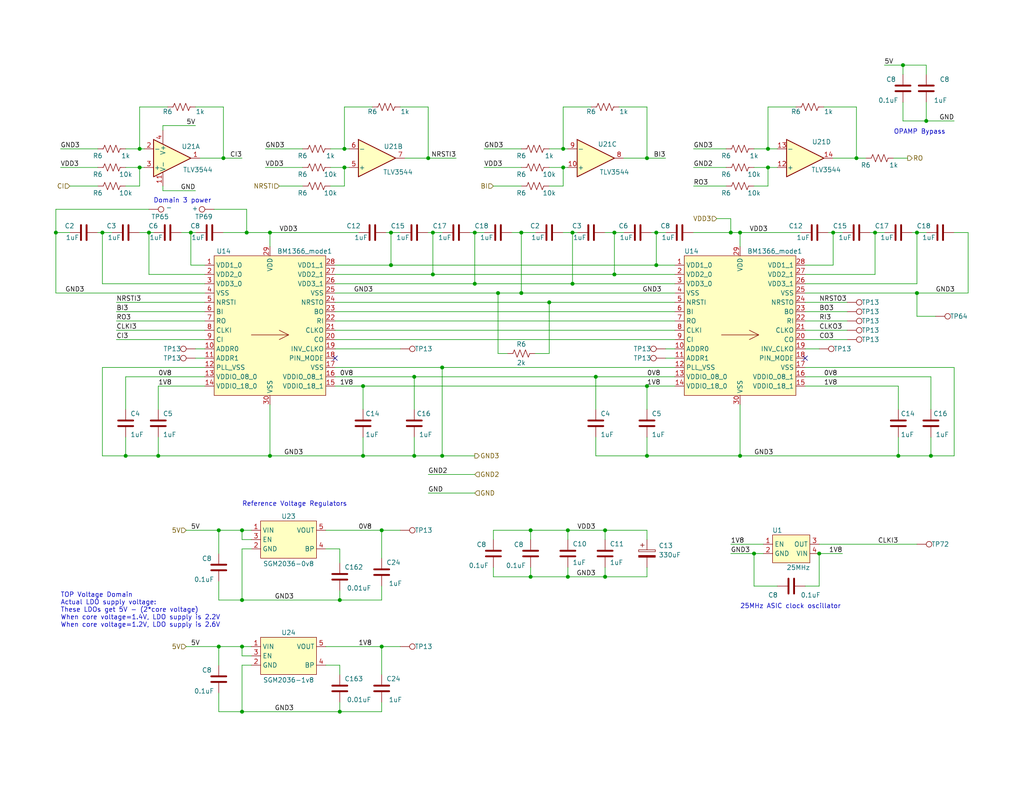
<source format=kicad_sch>
(kicad_sch (version 20231120) (generator "eeschema") (generator_version "8.0")
  (paper "A")
  (title_block (title "bitaxeHex") (date "2024-03-09") (rev "304"))
  (junction (at 176.53 124.46))
  (junction (at 153.67 40.64))
  (junction (at 113.03 102.87))
  (junction (at 66.04 176.53))
  (junction (at 92.71 163.83))
  (junction (at 246.38 17.78))
  (junction (at 43.18 124.46))
  (junction (at 252.73 33.02))
  (junction (at 129.54 77.47))
  (junction (at 93.98 40.64))
  (junction (at 165.1 144.78))
  (junction (at 129.54 63.5))
  (junction (at 223.52 151.13))
  (junction (at 38.1 40.64))
  (junction (at 118.11 63.5))
  (junction (at 38.1 45.72))
  (junction (at 250.19 63.5))
  (junction (at 154.94 144.78) (diameter 0.9144))
  (junction (at 67.31 63.5))
  (junction (at 116.84 43.18))
  (junction (at 165.1 157.48))
  (junction (at 66.04 144.78))
  (junction (at 142.24 80.01))
  (junction (at 104.14 144.78))
  (junction (at 179.07 63.5))
  (junction (at 162.56 102.87))
  (junction (at 233.68 43.18))
  (junction (at 92.71 194.31))
  (junction (at 142.24 63.5))
  (junction (at 73.66 63.5))
  (junction (at 144.78 157.48) (diameter 0.9144))
  (junction (at 59.69 176.53))
  (junction (at 66.04 163.83))
  (junction (at 238.76 63.5))
  (junction (at 99.06 124.46))
  (junction (at 156.21 77.47))
  (junction (at 120.65 124.46))
  (junction (at 104.14 176.53))
  (junction (at 254 124.46))
  (junction (at 59.69 144.78))
  (junction (at 167.64 63.5))
  (junction (at 118.11 74.93))
  (junction (at 52.07 63.5))
  (junction (at 149.86 82.55))
  (junction (at 106.68 72.39))
  (junction (at 209.55 45.72))
  (junction (at 66.04 194.31))
  (junction (at 120.65 100.33))
  (junction (at 27.94 63.5))
  (junction (at 144.78 144.78) (diameter 0.9144))
  (junction (at 60.96 43.18))
  (junction (at 205.74 151.13))
  (junction (at 73.66 124.46))
  (junction (at 201.93 124.46))
  (junction (at 99.06 105.41))
  (junction (at 113.03 124.46))
  (junction (at 167.64 74.93))
  (junction (at 250.19 80.01))
  (junction (at 245.11 124.46))
  (junction (at 156.21 63.5))
  (junction (at 15.24 63.5))
  (junction (at 34.29 124.46))
  (junction (at 179.07 72.39))
  (junction (at 154.94 157.48) (diameter 0.9144))
  (junction (at 135.89 80.01))
  (junction (at 227.33 63.5))
  (junction (at 40.64 63.5))
  (junction (at 209.55 40.64))
  (junction (at 201.93 63.5))
  (junction (at 199.39 63.5))
  (junction (at 153.67 45.72))
  (junction (at 176.53 105.41))
  (junction (at 176.53 43.18))
  (junction (at 93.98 45.72))
  (junction (at 106.68 63.5))
  (no_connect (at 219.71 97.79))
  (no_connect (at 91.44 97.79))
  (wire (pts (xy 154.94 154.94) (xy 154.94 157.48)))
  (wire (pts (xy 162.56 124.46) (xy 162.56 119.38)))
  (wire (pts (xy 189.23 40.64) (xy 198.12 40.64)))
  (wire (pts (xy 40.64 74.93) (xy 55.88 74.93)))
  (wire (pts (xy 176.53 43.18) (xy 170.18 43.18)))
  (wire (pts (xy 224.79 29.21) (xy 233.68 29.21)))
  (wire (pts (xy 44.45 34.29) (xy 53.34 34.29)))
  (wire (pts (xy 227.33 43.18) (xy 233.68 43.18)))
  (wire (pts (xy 99.06 105.41) (xy 99.06 111.76)))
  (wire (pts (xy 250.19 80.01) (xy 264.16 80.01)))
  (wire (pts (xy 243.84 43.18) (xy 247.65 43.18)))
  (wire (pts (xy 233.68 29.21) (xy 233.68 43.18)))
  (wire (pts (xy 201.93 63.5) (xy 201.93 67.31)))
  (wire (pts (xy 93.98 45.72) (xy 95.25 45.72)))
  (wire (pts (xy 113.03 102.87) (xy 162.56 102.87)))
  (wire (pts (xy 246.38 33.02) (xy 252.73 33.02)))
  (wire (pts (xy 91.44 74.93) (xy 118.11 74.93)))
  (wire (pts (xy 132.08 45.72) (xy 142.24 45.72)))
  (wire (pts (xy 176.53 147.32) (xy 176.53 144.78)))
  (wire (pts (xy 255.27 86.36) (xy 250.19 86.36)))
  (wire (pts (xy 176.53 119.38) (xy 176.53 124.46)))
  (wire (pts (xy 162.56 102.87) (xy 162.56 111.76)))
  (wire (pts (xy 165.1 63.5) (xy 167.64 63.5)))
  (wire (pts (xy 250.19 63.5) (xy 252.73 63.5)))
  (wire (pts (xy 142.24 80.01) (xy 142.24 63.5)))
  (wire (pts (xy 176.53 29.21) (xy 176.53 43.18)))
  (wire (pts (xy 227.33 72.39) (xy 227.33 63.5)))
  (wire (pts (xy 129.54 63.5) (xy 132.08 63.5)))
  (wire (pts (xy 92.71 181.61) (xy 92.71 184.15)))
  (wire (pts (xy 246.38 27.94) (xy 246.38 33.02)))
  (wire (pts (xy 254 124.46) (xy 254 119.38)))
  (wire (pts (xy 60.96 63.5) (xy 67.31 63.5)))
  (wire (pts (xy 92.71 194.31) (xy 92.71 191.77)))
  (wire (pts (xy 168.91 29.21) (xy 176.53 29.21)))
  (wire (pts (xy 53.34 95.25) (xy 55.88 95.25)))
  (wire (pts (xy 153.67 50.8) (xy 153.67 45.72)))
  (wire (pts (xy 44.45 50.8) (xy 44.45 52.07)))
  (wire (pts (xy 104.14 160.02) (xy 104.14 163.83)))
  (wire (pts (xy 209.55 40.64) (xy 212.09 40.64)))
  (wire (pts (xy 91.44 90.17) (xy 184.15 90.17)))
  (wire (pts (xy 165.1 157.48) (xy 154.94 157.48)))
  (wire (pts (xy 156.21 77.47) (xy 184.15 77.47)))
  (wire (pts (xy 252.73 33.02) (xy 260.35 33.02)))
  (wire (pts (xy 118.11 74.93) (xy 118.11 63.5)))
  (wire (pts (xy 118.11 74.93) (xy 167.64 74.93)))
  (wire (pts (xy 38.1 29.21) (xy 45.72 29.21)))
  (wire (pts (xy 260.35 100.33) (xy 260.35 124.46)))
  (wire (pts (xy 153.67 29.21) (xy 161.29 29.21)))
  (wire (pts (xy 91.44 102.87) (xy 113.03 102.87)))
  (wire (pts (xy 189.23 45.72) (xy 198.12 45.72)))
  (wire (pts (xy 219.71 77.47) (xy 250.19 77.47)))
  (wire (pts (xy 135.89 80.01) (xy 142.24 80.01)))
  (wire (pts (xy 201.93 124.46) (xy 245.11 124.46)))
  (wire (pts (xy 91.44 77.47) (xy 129.54 77.47)))
  (wire (pts (xy 104.14 194.31) (xy 92.71 194.31)))
  (wire (pts (xy 252.73 20.32) (xy 252.73 17.78)))
  (wire (pts (xy 167.64 63.5) (xy 170.18 63.5)))
  (wire (pts (xy 135.89 96.52) (xy 135.89 80.01)))
  (wire (pts (xy 38.1 63.5) (xy 40.64 63.5)))
  (wire (pts (xy 165.1 157.48) (xy 176.53 157.48)))
  (wire (pts (xy 116.84 43.18) (xy 124.46 43.18)))
  (wire (pts (xy 153.67 40.64) (xy 154.94 40.64)))
  (wire (pts (xy 219.71 85.09) (xy 231.14 85.09)))
  (wire (pts (xy 219.71 105.41) (xy 245.11 105.41)))
  (wire (pts (xy 120.65 100.33) (xy 184.15 100.33)))
  (wire (pts (xy 34.29 50.8) (xy 38.1 50.8)))
  (wire (pts (xy 52.07 63.5) (xy 52.07 72.39)))
  (wire (pts (xy 44.45 52.07) (xy 53.34 52.07)))
  (wire (pts (xy 72.39 45.72) (xy 82.55 45.72)))
  (wire (pts (xy 91.44 92.71) (xy 184.15 92.71)))
  (wire (pts (xy 106.68 72.39) (xy 179.07 72.39)))
  (wire (pts (xy 144.78 147.32) (xy 144.78 144.78)))
  (wire (pts (xy 134.62 154.94) (xy 134.62 157.48)))
  (wire (pts (xy 53.34 29.21) (xy 60.96 29.21)))
  (wire (pts (xy 104.14 191.77) (xy 104.14 194.31)))
  (wire (pts (xy 154.94 147.32) (xy 154.94 144.78)))
  (wire (pts (xy 219.71 160.02) (xy 223.52 160.02)))
  (wire (pts (xy 205.74 45.72) (xy 209.55 45.72)))
  (wire (pts (xy 31.75 85.09) (xy 55.88 85.09)))
  (wire (pts (xy 104.14 163.83) (xy 92.71 163.83)))
  (wire (pts (xy 219.71 102.87) (xy 254 102.87)))
  (wire (pts (xy 90.17 45.72) (xy 93.98 45.72)))
  (wire (pts (xy 38.1 50.8) (xy 38.1 45.72)))
  (wire (pts (xy 40.64 74.93) (xy 40.64 63.5)))
  (wire (pts (xy 66.04 179.07) (xy 66.04 176.53)))
  (wire (pts (xy 156.21 77.47) (xy 156.21 63.5)))
  (wire (pts (xy 43.18 119.38) (xy 43.18 124.46)))
  (wire (pts (xy 52.07 63.5) (xy 53.34 63.5)))
  (wire (pts (xy 59.69 176.53) (xy 59.69 181.61)))
  (wire (pts (xy 120.65 124.46) (xy 129.54 124.46)))
  (wire (pts (xy 205.74 151.13) (xy 208.28 151.13)))
  (wire (pts (xy 142.24 63.5) (xy 139.7 63.5)))
  (wire (pts (xy 223.52 151.13) (xy 229.87 151.13)))
  (wire (pts (xy 49.53 63.5) (xy 52.07 63.5)))
  (wire (pts (xy 132.08 40.64) (xy 142.24 40.64)))
  (wire (pts (xy 116.84 29.21) (xy 116.84 43.18)))
  (wire (pts (xy 99.06 124.46) (xy 113.03 124.46)))
  (wire (pts (xy 134.62 147.32) (xy 134.62 144.78)))
  (wire (pts (xy 59.69 144.78) (xy 66.04 144.78)))
  (wire (pts (xy 104.14 176.53) (xy 104.14 184.15)))
  (wire (pts (xy 218.44 63.5) (xy 201.93 63.5)))
  (wire (pts (xy 149.86 82.55) (xy 184.15 82.55)))
  (wire (pts (xy 246.38 17.78) (xy 246.38 20.32)))
  (wire (pts (xy 91.44 80.01) (xy 135.89 80.01)))
  (wire (pts (xy 237.49 63.5) (xy 238.76 63.5)))
  (wire (pts (xy 68.58 179.07) (xy 66.04 179.07)))
  (wire (pts (xy 189.23 63.5) (xy 199.39 63.5)))
  (wire (pts (xy 233.68 43.18) (xy 236.22 43.18)))
  (wire (pts (xy 134.62 144.78) (xy 144.78 144.78)))
  (wire (pts (xy 176.53 105.41) (xy 176.53 111.76)))
  (wire (pts (xy 106.68 72.39) (xy 106.68 63.5)))
  (wire (pts (xy 219.71 80.01) (xy 250.19 80.01)))
  (wire (pts (xy 73.66 110.49) (xy 73.66 124.46)))
  (wire (pts (xy 113.03 124.46) (xy 120.65 124.46)))
  (wire (pts (xy 104.14 176.53) (xy 109.22 176.53)))
  (wire (pts (xy 205.74 50.8) (xy 209.55 50.8)))
  (wire (pts (xy 34.29 119.38) (xy 34.29 124.46)))
  (wire (pts (xy 264.16 63.5) (xy 260.35 63.5)))
  (wire (pts (xy 59.69 189.23) (xy 59.69 194.31)))
  (wire (pts (xy 91.44 105.41) (xy 99.06 105.41)))
  (wire (pts (xy 176.53 154.94) (xy 176.53 157.48)))
  (wire (pts (xy 129.54 77.47) (xy 129.54 63.5)))
  (wire (pts (xy 60.96 43.18) (xy 54.61 43.18)))
  (wire (pts (xy 31.75 92.71) (xy 55.88 92.71)))
  (wire (pts (xy 15.24 57.15) (xy 40.64 57.15)))
  (wire (pts (xy 176.53 43.18) (xy 181.61 43.18)))
  (wire (pts (xy 43.18 105.41) (xy 55.88 105.41)))
  (wire (pts (xy 165.1 154.94) (xy 165.1 157.48)))
  (wire (pts (xy 106.68 63.5) (xy 109.22 63.5)))
  (wire (pts (xy 241.3 17.78) (xy 246.38 17.78)))
  (wire (pts (xy 128.27 63.5) (xy 129.54 63.5)))
  (wire (pts (xy 116.84 129.54) (xy 129.54 129.54)))
  (wire (pts (xy 91.44 87.63) (xy 184.15 87.63)))
  (wire (pts (xy 104.14 144.78) (xy 109.22 144.78)))
  (wire (pts (xy 205.74 160.02) (xy 205.74 151.13)))
  (wire (pts (xy 67.31 63.5) (xy 73.66 63.5)))
  (wire (pts (xy 66.04 194.31) (xy 92.71 194.31)))
  (wire (pts (xy 109.22 29.21) (xy 116.84 29.21)))
  (wire (pts (xy 201.93 110.49) (xy 201.93 124.46)))
  (wire (pts (xy 40.64 63.5) (xy 41.91 63.5)))
  (wire (pts (xy 219.71 92.71) (xy 231.14 92.71)))
  (wire (pts (xy 16.51 45.72) (xy 26.67 45.72)))
  (wire (pts (xy 153.67 63.5) (xy 156.21 63.5)))
  (wire (pts (xy 90.17 40.64) (xy 93.98 40.64)))
  (wire (pts (xy 93.98 29.21) (xy 93.98 40.64)))
  (wire (pts (xy 88.9 149.86) (xy 92.71 149.86)))
  (wire (pts (xy 176.53 124.46) (xy 201.93 124.46)))
  (wire (pts (xy 91.44 100.33) (xy 120.65 100.33)))
  (wire (pts (xy 219.71 74.93) (xy 238.76 74.93)))
  (wire (pts (xy 181.61 95.25) (xy 184.15 95.25)))
  (wire (pts (xy 250.19 77.47) (xy 250.19 63.5)))
  (wire (pts (xy 219.71 87.63) (xy 231.14 87.63)))
  (wire (pts (xy 149.86 82.55) (xy 149.86 96.52)))
  (wire (pts (xy 149.86 50.8) (xy 153.67 50.8)))
  (wire (pts (xy 248.92 63.5) (xy 250.19 63.5)))
  (wire (pts (xy 73.66 124.46) (xy 99.06 124.46)))
  (wire (pts (xy 66.04 144.78) (xy 68.58 144.78)))
  (wire (pts (xy 58.42 57.15) (xy 67.31 57.15)))
  (wire (pts (xy 153.67 29.21) (xy 153.67 40.64)))
  (wire (pts (xy 153.67 45.72) (xy 154.94 45.72)))
  (wire (pts (xy 209.55 45.72) (xy 212.09 45.72)))
  (wire (pts (xy 219.71 72.39) (xy 227.33 72.39)))
  (wire (pts (xy 93.98 50.8) (xy 93.98 45.72)))
  (wire (pts (xy 238.76 74.93) (xy 238.76 63.5)))
  (wire (pts (xy 149.86 45.72) (xy 153.67 45.72)))
  (wire (pts (xy 195.58 59.69) (xy 199.39 59.69)))
  (wire (pts (xy 162.56 124.46) (xy 176.53 124.46)))
  (wire (pts (xy 34.29 102.87) (xy 34.29 111.76)))
  (wire (pts (xy 146.05 96.52) (xy 149.86 96.52)))
  (wire (pts (xy 181.61 97.79) (xy 184.15 97.79)))
  (wire (pts (xy 209.55 29.21) (xy 217.17 29.21)))
  (wire (pts (xy 53.34 97.79) (xy 55.88 97.79)))
  (wire (pts (xy 113.03 124.46) (xy 113.03 119.38)))
  (wire (pts (xy 142.24 80.01) (xy 184.15 80.01)))
  (wire (pts (xy 227.33 63.5) (xy 229.87 63.5)))
  (wire (pts (xy 91.44 72.39) (xy 106.68 72.39)))
  (wire (pts (xy 176.53 105.41) (xy 184.15 105.41)))
  (wire (pts (xy 50.8 176.53) (xy 59.69 176.53)))
  (wire (pts (xy 219.71 82.55) (xy 231.14 82.55)))
  (wire (pts (xy 92.71 163.83) (xy 92.71 161.29)))
  (wire (pts (xy 199.39 151.13) (xy 205.74 151.13)))
  (wire (pts (xy 105.41 63.5) (xy 106.68 63.5)))
  (wire (pts (xy 88.9 181.61) (xy 92.71 181.61)))
  (wire (pts (xy 97.79 63.5) (xy 73.66 63.5)))
  (wire (pts (xy 189.23 50.8) (xy 198.12 50.8)))
  (wire (pts (xy 43.18 124.46) (xy 73.66 124.46)))
  (wire (pts (xy 15.24 80.01) (xy 15.24 63.5)))
  (wire (pts (xy 116.84 63.5) (xy 118.11 63.5)))
  (wire (pts (xy 88.9 176.53) (xy 104.14 176.53)))
  (wire (pts (xy 27.94 77.47) (xy 27.94 63.5)))
  (wire (pts (xy 44.45 35.56) (xy 44.45 34.29)))
  (wire (pts (xy 260.35 124.46) (xy 254 124.46)))
  (wire (pts (xy 68.58 181.61) (xy 66.04 181.61)))
  (wire (pts (xy 165.1 147.32) (xy 165.1 144.78)))
  (wire (pts (xy 144.78 144.78) (xy 154.94 144.78)))
  (wire (pts (xy 43.18 105.41) (xy 43.18 111.76)))
  (wire (pts (xy 252.73 27.94) (xy 252.73 33.02)))
  (wire (pts (xy 219.71 100.33) (xy 260.35 100.33)))
  (wire (pts (xy 15.24 63.5) (xy 15.24 57.15)))
  (wire (pts (xy 120.65 100.33) (xy 120.65 124.46)))
  (wire (pts (xy 246.38 17.78) (xy 252.73 17.78)))
  (wire (pts (xy 156.21 63.5) (xy 157.48 63.5)))
  (wire (pts (xy 26.67 63.5) (xy 27.94 63.5)))
  (wire (pts (xy 226.06 63.5) (xy 227.33 63.5)))
  (wire (pts (xy 245.11 119.38) (xy 245.11 124.46)))
  (wire (pts (xy 31.75 82.55) (xy 55.88 82.55)))
  (wire (pts (xy 34.29 45.72) (xy 38.1 45.72)))
  (wire (pts (xy 27.94 77.47) (xy 55.88 77.47)))
  (wire (pts (xy 134.62 50.8) (xy 142.24 50.8)))
  (wire (pts (xy 264.16 80.01) (xy 264.16 63.5)))
  (wire (pts (xy 55.88 80.01) (xy 15.24 80.01)))
  (wire (pts (xy 144.78 157.48) (xy 134.62 157.48)))
  (wire (pts (xy 68.58 147.32) (xy 66.04 147.32)))
  (wire (pts (xy 66.04 181.61) (xy 66.04 194.31)))
  (wire (pts (xy 60.96 43.18) (xy 66.04 43.18)))
  (wire (pts (xy 179.07 72.39) (xy 184.15 72.39)))
  (wire (pts (xy 90.17 50.8) (xy 93.98 50.8)))
  (wire (pts (xy 66.04 149.86) (xy 66.04 163.83)))
  (wire (pts (xy 66.04 147.32) (xy 66.04 144.78)))
  (wire (pts (xy 99.06 105.41) (xy 176.53 105.41)))
  (wire (pts (xy 209.55 29.21) (xy 209.55 40.64)))
  (wire (pts (xy 34.29 124.46) (xy 43.18 124.46)))
  (wire (pts (xy 199.39 63.5) (xy 201.93 63.5)))
  (wire (pts (xy 219.71 95.25) (xy 223.52 95.25)))
  (wire (pts (xy 59.69 158.75) (xy 59.69 163.83)))
  (wire (pts (xy 38.1 45.72) (xy 39.37 45.72)))
  (wire (pts (xy 68.58 149.86) (xy 66.04 149.86)))
  (wire (pts (xy 73.66 63.5) (xy 73.66 67.31)))
  (wire (pts (xy 254 102.87) (xy 254 111.76)))
  (wire (pts (xy 66.04 176.53) (xy 68.58 176.53)))
  (wire (pts (xy 27.94 100.33) (xy 55.88 100.33)))
  (wire (pts (xy 27.94 63.5) (xy 30.48 63.5)))
  (wire (pts (xy 167.64 74.93) (xy 167.64 63.5)))
  (wire (pts (xy 31.75 87.63) (xy 55.88 87.63)))
  (wire (pts (xy 31.75 90.17) (xy 55.88 90.17)))
  (wire (pts (xy 50.8 144.78) (xy 59.69 144.78)))
  (wire (pts (xy 91.44 95.25) (xy 109.22 95.25)))
  (wire (pts (xy 93.98 40.64) (xy 95.25 40.64)))
  (wire (pts (xy 223.52 148.59) (xy 250.19 148.59)))
  (wire (pts (xy 91.44 82.55) (xy 149.86 82.55)))
  (wire (pts (xy 199.39 148.59) (xy 208.28 148.59)))
  (wire (pts (xy 60.96 29.21) (xy 60.96 43.18)))
  (wire (pts (xy 16.51 40.64) (xy 26.67 40.64)))
  (wire (pts (xy 116.84 43.18) (xy 110.49 43.18)))
  (wire (pts (xy 38.1 40.64) (xy 39.37 40.64)))
  (wire (pts (xy 245.11 124.46) (xy 254 124.46)))
  (wire (pts (xy 179.07 63.5) (xy 181.61 63.5)))
  (wire (pts (xy 99.06 119.38) (xy 99.06 124.46)))
  (wire (pts (xy 76.2 50.8) (xy 82.55 50.8)))
  (wire (pts (xy 167.64 74.93) (xy 184.15 74.93)))
  (wire (pts (xy 250.19 86.36) (xy 250.19 80.01)))
  (wire (pts (xy 27.94 124.46) (xy 34.29 124.46)))
  (wire (pts (xy 19.05 50.8) (xy 26.67 50.8)))
  (wire (pts (xy 93.98 29.21) (xy 101.6 29.21)))
  (wire (pts (xy 245.11 105.41) (xy 245.11 111.76)))
  (wire (pts (xy 34.29 40.64) (xy 38.1 40.64)))
  (wire (pts (xy 34.29 102.87) (xy 55.88 102.87)))
  (wire (pts (xy 199.39 59.69) (xy 199.39 63.5)))
  (wire (pts (xy 72.39 40.64) (xy 82.55 40.64)))
  (wire (pts (xy 66.04 163.83) (xy 92.71 163.83)))
  (wire (pts (xy 154.94 144.78) (xy 165.1 144.78)))
  (wire (pts (xy 162.56 102.87) (xy 184.15 102.87)))
  (wire (pts (xy 88.9 144.78) (xy 104.14 144.78)))
  (wire (pts (xy 67.31 57.15) (xy 67.31 63.5)))
  (wire (pts (xy 212.09 160.02) (xy 205.74 160.02)))
  (wire (pts (xy 149.86 40.64) (xy 153.67 40.64)))
  (wire (pts (xy 59.69 144.78) (xy 59.69 151.13)))
  (wire (pts (xy 179.07 63.5) (xy 179.07 72.39)))
  (wire (pts (xy 165.1 144.78) (xy 176.53 144.78)))
  (wire (pts (xy 27.94 100.33) (xy 27.94 124.46)))
  (wire (pts (xy 144.78 157.48) (xy 154.94 157.48)))
  (wire (pts (xy 104.14 144.78) (xy 104.14 152.4)))
  (wire (pts (xy 219.71 90.17) (xy 231.14 90.17)))
  (wire (pts (xy 59.69 176.53) (xy 66.04 176.53)))
  (wire (pts (xy 59.69 194.31) (xy 66.04 194.31)))
  (wire (pts (xy 92.71 149.86) (xy 92.71 153.67)))
  (wire (pts (xy 38.1 29.21) (xy 38.1 40.64)))
  (wire (pts (xy 177.8 63.5) (xy 179.07 63.5)))
  (wire (pts (xy 113.03 102.87) (xy 113.03 111.76)))
  (wire (pts (xy 91.44 85.09) (xy 184.15 85.09)))
  (wire (pts (xy 116.84 134.62) (xy 129.54 134.62)))
  (wire (pts (xy 238.76 63.5) (xy 241.3 63.5)))
  (wire (pts (xy 142.24 63.5) (xy 146.05 63.5)))
  (wire (pts (xy 144.78 154.94) (xy 144.78 157.48)))
  (wire (pts (xy 223.52 160.02) (xy 223.52 151.13)))
  (wire (pts (xy 209.55 50.8) (xy 209.55 45.72)))
  (wire (pts (xy 118.11 63.5) (xy 120.65 63.5)))
  (wire (pts (xy 129.54 77.47) (xy 156.21 77.47)))
  (wire (pts (xy 138.43 96.52) (xy 135.89 96.52)))
  (wire (pts (xy 52.07 72.39) (xy 55.88 72.39)))
  (wire (pts (xy 205.74 40.64) (xy 209.55 40.64)))
  (wire (pts (xy 59.69 163.83) (xy 66.04 163.83)))
  (wire (pts (xy 15.24 63.5) (xy 19.05 63.5)))
  (text "25MHz ASIC clock oscillator" (at 201.93 166.37 0) (effects (font (size 1.27 1.27)) (justify left bottom)))
  (text "Domain 3 power" (at 49.784 54.864 0) (effects (font (size 1.27 1.27))))
  (text "Reference Voltage Regulators" (at 66.04 138.43 0) (effects (font (size 1.27 1.27)) (justify left bottom)))
  (text "OPAMP Bypass" (at 243.84 36.83 0) (effects (font (size 1.27 1.27)) (justify left bottom)))
  (text "TOP Voltage Domain\nActual LDO supply voltage:\nThese LDOs get 5V - (2*core voltage)\nWhen core voltage=1.4V, LDO supply is 2.2V\nWhen core voltage=1.2V, LDO supply is 2.6V " (at 16.51 171.45 0) (effects (font (size 1.27 1.27)) (justify left bottom)))
  (label "5V" (at 53.34 34.29 180))
  (label "1V8" (at 229.87 151.13 180))
  (label "NRSTI3" (at 124.46 43.18 180))
  (label "0V8" (at 224.79 102.87 0))
  (label "1V8" (at 43.18 105.41 0))
  (label "CLKI3" (at 245.11 148.59 180))
  (label "GND" (at 260.35 33.02 180))
  (label "RO3" (at 189.23 50.8 0))
  (label "GND" (at 53.34 52.07 180))
  (label "GND3" (at 162.56 157.48 180))
  (label "0V8" (at 176.53 102.87 0))
  (label "5V" (at 52.07 176.53 0))
  (label "NRSTI3" (at 31.75 82.55 0))
  (label "CLKO3" (at 223.52 90.17 0))
  (label "GND3" (at 175.26 80.01 0))
  (label "CI3" (at 31.75 92.71 0))
  (label "1V8" (at 224.79 105.41 0))
  (label "5V" (at 52.07 144.78 0))
  (label "GND3" (at 132.08 40.64 0))
  (label "CO3" (at 223.52 92.71 0))
  (label "1V8" (at 92.71 105.41 0))
  (label "GND3" (at 77.47 124.46 0))
  (label "RO3" (at 31.75 87.63 0))
  (label "GND3" (at 96.52 80.01 0))
  (label "0V8" (at 43.18 102.87 0))
  (label "GND3" (at 72.39 40.64 0))
  (label "GND3" (at 74.93 194.31 0))
  (label "VDD3" (at 16.51 45.72 0))
  (label "CLKI3" (at 31.75 90.17 0))
  (label "RI3" (at 223.52 87.63 0))
  (label "VDD3" (at 132.08 45.72 0))
  (label "GND3" (at 16.51 40.64 0))
  (label "GND2" (at 116.84 129.54 0))
  (label "VDD3" (at 72.39 45.72 0))
  (label "BI3" (at 181.61 43.18 180))
  (label "BI3" (at 31.75 85.09 0))
  (label "GND" (at 116.84 134.62 0))
  (label "1V8" (at 176.53 105.41 0))
  (label "GND3" (at 189.23 40.64 0))
  (label "1V8" (at 199.39 148.59 0))
  (label "0V8" (at 92.71 102.87 0))
  (label "GND2" (at 189.23 45.72 0))
  (label "VDD3" (at 204.47 63.5 0))
  (label "VDD3" (at 157.48 144.78 0))
  (label "1V8" (at 97.79 176.53 0))
  (label "GND3" (at 255.27 80.01 0))
  (label "GND3" (at 205.74 124.46 0))
  (label "5V" (at 241.3 17.78 0))
  (label "BO3" (at 223.52 85.09 0))
  (label "CI3" (at 66.04 43.18 180))
  (label "GND3" (at 199.39 151.13 0))
  (label "GND3" (at 17.78 80.01 0))
  (label "0V8" (at 97.79 144.78 0))
  (label "GND3" (at 74.93 163.83 0))
  (label "NRSTO3" (at 223.52 82.55 0))
  (label "VDD3" (at 76.2 63.5 0))
  (hierarchical_label "BI" (shape input) (at 134.62 50.8 180))
  (hierarchical_label "GND3" (shape output) (at 129.54 124.46 0))
  (hierarchical_label "VDD3" (shape input) (at 195.58 59.69 180))
  (hierarchical_label "CI" (shape input) (at 19.05 50.8 180))
  (hierarchical_label "5V" (shape input) (at 50.8 144.78 180))
  (hierarchical_label "GND" (shape input) (at 129.54 134.62 0))
  (hierarchical_label "RO" (shape output) (at 247.65 43.18 0))
  (hierarchical_label "5V" (shape input) (at 50.8 176.53 180))
  (hierarchical_label "NRSTI" (shape input) (at 76.2 50.8 180))
  (hierarchical_label "GND2" (shape input) (at 129.54 129.54 0))
  (symbol (lib_id "Connector:TestPoint") (at 231.14 92.71 270) (mirror x) (unit 1) (in_bom no)
    (property "Reference" "TP13" (at 237.49 92.71 90))
    (property "Value" "TestPoint" (effects (hide yes)))
    (property "Footprint" "TestPoint:TestPoint_Pad_D1.5mm" (effects (hide yes)))
  )
  (symbol (lib_id "Device:C") (at 256.54 63.5 90) (unit 1)
    (property "Reference" "C18" (at 254 60.96 90) (effects (justify left bottom)))
    (property "Value" "1uF" (at 255.27 64.135 90) (effects (justify left bottom)))
    (property "Footprint" "Capacitor_SMD:C_0402_1005Metric" (effects (hide yes)))
    (property "DK" "587-5514-1-ND" (effects (hide yes)))
    (property "PARTNO" "EMK105BJ105MV-F" (effects (hide yes)))
  )
  (symbol (lib_id "Device:C") (at 222.25 63.5 90) (unit 1)
    (property "Reference" "C12" (at 219.075 60.96 90) (effects (justify left bottom)))
    (property "Value" "1uF" (at 220.98 64.135 90) (effects (justify left bottom)))
    (property "Footprint" "Capacitor_SMD:C_0402_1005Metric" (effects (hide yes)))
    (property "DK" "587-5514-1-ND" (effects (hide yes)))
    (property "PARTNO" "EMK105BJ105MV-F" (effects (hide yes)))
  )
  (symbol (lib_id "Device:C") (at 57.15 63.5 90) (unit 1)
    (property "Reference" "C8" (at 54.61 60.96 90) (effects (justify left bottom)))
    (property "Value" "1uF" (at 55.88 64.135 90) (effects (justify left bottom)))
    (property "Footprint" "Capacitor_SMD:C_0402_1005Metric" (effects (hide yes)))
    (property "DK" "587-5514-1-ND" (effects (hide yes)))
    (property "PARTNO" "EMK105BJ105MV-F" (effects (hide yes)))
  )
  (symbol (lib_id "Device:R_US") (at 201.93 40.64 270) (unit 1)
    (property "Reference" "R6" (at 198.12 42.545 90))
    (property "Value" "1k" (at 205.74 42.545 90))
    (property "Footprint" "Resistor_SMD:R_0402_1005Metric" (effects (hide yes)))
    (property "DK" "311-1.00KLRCT-ND" (effects (hide yes)))
    (property "PARTNO" "RC0402FR-071KL" (effects (hide yes)))
  )
  (symbol (lib_id "Device:R_US") (at 86.36 45.72 90) (unit 1)
    (property "Reference" "R6" (at 82.55 47.625 90))
    (property "Value" "10k" (at 90.17 47.625 90))
    (property "Footprint" "Resistor_SMD:R_0402_1005Metric" (effects (hide yes)))
    (property "DK" "311-10KJRCT-ND" (effects (hide yes)))
    (property "PARTNO" "RC0402JR-0710KL" (effects (hide yes)))
  )
  (symbol (lib_id "Device:C") (at 104.14 187.96 0) (unit 1)
    (property "Reference" "C24" (at 105.41 186.055 0) (effects (justify left bottom)))
    (property "Value" "1uF" (at 106.045 191.77 0) (effects (justify left bottom)))
    (property "Footprint" "Capacitor_SMD:C_0402_1005Metric" (effects (hide yes)))
    (property "DK" "587-5514-1-ND" (effects (hide yes)))
    (property "PARTNO" "EMK105BJ105MV-F" (effects (hide yes)))
  )
  (symbol (lib_id "Device:C") (at 161.29 63.5 90) (unit 1)
    (property "Reference" "C3" (at 158.75 60.96 90) (effects (justify left bottom)))
    (property "Value" "1uF" (at 160.02 64.135 90) (effects (justify left bottom)))
    (property "Footprint" "Capacitor_SMD:C_0402_1005Metric" (effects (hide yes)))
    (property "DK" "587-5514-1-ND" (effects (hide yes)))
    (property "PARTNO" "EMK105BJ105MV-F" (effects (hide yes)))
  )
  (symbol (lib_id "Connector:TestPoint") (at 231.14 85.09 270) (mirror x) (unit 1) (in_bom no)
    (property "Reference" "TP13" (at 237.49 85.09 90))
    (property "Value" "TestPoint" (effects (hide yes)))
    (property "Footprint" "TestPoint:TestPoint_Pad_D1.5mm" (effects (hide yes)))
  )
  (symbol (lib_id "Device:C") (at 113.03 115.57 0) (unit 1)
    (property "Reference" "C16" (at 113.665 113.665 0) (effects (justify left bottom)))
    (property "Value" "1uF" (at 114.3 119.38 0) (effects (justify left bottom)))
    (property "Footprint" "Capacitor_SMD:C_0402_1005Metric" (effects (hide yes)))
    (property "DK" "587-5514-1-ND" (effects (hide yes)))
    (property "PARTNO" "EMK105BJ105MV-F" (effects (hide yes)))
  )
  (symbol (lib_id "Connector:TestPoint") (at 231.14 82.55 270) (mirror x) (unit 1) (in_bom no)
    (property "Reference" "TP13" (at 237.49 82.55 90))
    (property "Value" "TestPoint" (effects (hide yes)))
    (property "Footprint" "TestPoint:TestPoint_Pad_D1.5mm" (effects (hide yes)))
  )
  (symbol (lib_id "Connector:TestPoint") (at 223.52 95.25 270) (mirror x) (unit 1) (in_bom no)
    (property "Reference" "TP13" (at 229.87 95.25 90))
    (property "Value" "TestPoint" (effects (hide yes)))
    (property "Footprint" "TestPoint:TestPoint_Pad_D1.0mm" (effects (hide yes)))
  )
  (symbol (lib_id "Device:C_Polarized") (at 176.53 151.13 0) (unit 1)
    (property "Reference" "C13" (at 179.705 148.9709 0) (effects (justify left)))
    (property "Value" "330uF" (at 179.705 151.5109 0) (effects (justify left)))
    (property "Footprint" "Capacitor_Tantalum_SMD:CP_EIA-7343-31_Kemet-D_Pad2.25x2.55mm_HandSolder" (effects (hide yes)))
    (property "DK" "718-1028-1-ND" (effects (hide yes)))
    (property "PARTNO" "293D337X9010E2TE3" (effects (hide yes)))
  )
  (symbol (lib_id "Device:R_US") (at 165.1 29.21 270) (unit 1)
    (property "Reference" "R6" (at 161.29 30.48 90))
    (property "Value" "1k" (at 170.18 30.48 90))
    (property "Footprint" "Resistor_SMD:R_0402_1005Metric" (effects (hide yes)))
    (property "DK" "311-1.00KLRCT-ND" (effects (hide yes)))
    (property "PARTNO" "RC0402FR-071KL" (effects (hide yes)))
  )
  (symbol (lib_name "SGM2036_1") (lib_id "bitaxe:SGM2036") (at 78.74 146.05 0) (unit 1)
    (property "Reference" "U23" (at 78.74 140.97 0))
    (property "Value" "SGM2036-0v8" (at 78.74 153.924 0))
    (property "Footprint" "Package_TO_SOT_SMD:TSOT-23-5" (effects (hide yes)))
    (property "Datasheet" "https://static6.arrow.com/aropdfconversion/c665185286864b6f9a6bd991d86221e9e2ef3156/1640074291.pdf" (effects (hide yes)))
    (property "Description" "Fixed LDO 0.8V" (effects (hide yes)))
    (property "PARTNUM" "SGM2036-0.8YN5G/TR" (effects (hide yes)))
  )
  (symbol (lib_id "Device:C") (at 254 115.57 0) (unit 1)
    (property "Reference" "C16" (at 254.635 113.665 0) (effects (justify left bottom)))
    (property "Value" "1uF" (at 255.27 119.38 0) (effects (justify left bottom)))
    (property "Footprint" "Capacitor_SMD:C_0402_1005Metric" (effects (hide yes)))
    (property "DK" "587-5514-1-ND" (effects (hide yes)))
    (property "PARTNO" "EMK105BJ105MV-F" (effects (hide yes)))
  )
  (symbol (lib_id "Device:C") (at 176.53 115.57 0) (unit 1)
    (property "Reference" "C5" (at 177.8 113.665 0) (effects (justify left bottom)))
    (property "Value" "1uF" (at 177.8 119.38 0) (effects (justify left bottom)))
    (property "Footprint" "Capacitor_SMD:C_0402_1005Metric" (effects (hide yes)))
    (property "DK" "587-5514-1-ND" (effects (hide yes)))
    (property "PARTNO" "EMK105BJ105MV-F" (effects (hide yes)))
  )
  (symbol (lib_id "Device:C") (at 173.99 63.5 90) (unit 1)
    (property "Reference" "C6" (at 171.45 60.96 90) (effects (justify left bottom)))
    (property "Value" "1uF" (at 172.72 64.135 90) (effects (justify left bottom)))
    (property "Footprint" "Capacitor_SMD:C_0402_1005Metric" (effects (hide yes)))
    (property "DK" "587-5514-1-ND" (effects (hide yes)))
    (property "PARTNO" "EMK105BJ105MV-F" (effects (hide yes)))
  )
  (symbol (lib_id "Device:R_US") (at 220.98 29.21 270) (unit 1)
    (property "Reference" "R6" (at 217.17 30.48 90))
    (property "Value" "1k" (at 226.06 30.48 90))
    (property "Footprint" "Resistor_SMD:R_0402_1005Metric" (effects (hide yes)))
    (property "DK" "311-1.00KLRCT-ND" (effects (hide yes)))
    (property "PARTNO" "RC0402FR-071KL" (effects (hide yes)))
  )
  (symbol (lib_id "Connector:TestPoint") (at 231.14 87.63 270) (mirror x) (unit 1) (in_bom no)
    (property "Reference" "TP13" (at 237.49 87.63 90))
    (property "Value" "TestPoint" (effects (hide yes)))
    (property "Footprint" "TestPoint:TestPoint_Pad_D1.5mm" (effects (hide yes)))
  )
  (symbol (lib_name "TLV3544_2") (lib_id "bitaxe:TLV3544") (at 100.33 43.18 0) (unit 2)
    (property "Reference" "U21" (at 107.315 40.005 0))
    (property "Value" "TLV3544" (at 108.585 46.99 0))
    (property "Footprint" "Package_SO:TSSOP-14_4.4x5mm_P0.65mm" (effects (hide yes)))
    (property "Datasheet" "https://www.ti.com/lit/ds/symlink/tlv3542.pdf" (effects (hide yes)))
    (property "DK" "296-45352-1-ND" (effects (hide yes)))
    (property "PARTNO" "TLV3544IPWR" (effects (hide yes)))
  )
  (symbol (lib_id "Device:C") (at 135.89 63.5 90) (unit 1)
    (property "Reference" "C18" (at 133.35 60.96 90) (effects (justify left bottom)))
    (property "Value" "1uF" (at 134.62 64.135 90) (effects (justify left bottom)))
    (property "Footprint" "Capacitor_SMD:C_0402_1005Metric" (effects (hide yes)))
    (property "DK" "587-5514-1-ND" (effects (hide yes)))
    (property "PARTNO" "EMK105BJ105MV-F" (effects (hide yes)))
  )
  (symbol (lib_id "Device:R_US") (at 146.05 50.8 90) (unit 1)
    (property "Reference" "R6" (at 142.24 52.705 90))
    (property "Value" "10k" (at 149.86 52.705 90))
    (property "Footprint" "Resistor_SMD:R_0402_1005Metric" (effects (hide yes)))
    (property "DK" "311-10KJRCT-ND" (effects (hide yes)))
    (property "PARTNO" "RC0402JR-0710KL" (effects (hide yes)))
  )
  (symbol (lib_id "Device:R_US") (at 142.24 96.52 90) (unit 1)
    (property "Reference" "R6" (at 142.24 93.98 90))
    (property "Value" "2k" (at 142.24 99.06 90))
    (property "Footprint" "Resistor_SMD:R_0402_1005Metric" (effects (hide yes)))
    (property "DK" "YAG2303CT-ND" (effects (hide yes)))
    (property "PARTNO" "RT0402BRD072KL" (effects (hide yes)))
  )
  (symbol (lib_id "Device:C") (at 113.03 63.5 90) (unit 1)
    (property "Reference" "C15" (at 110.49 60.96 90) (effects (justify left bottom)))
    (property "Value" "1uF" (at 111.76 64.135 90) (effects (justify left bottom)))
    (property "Footprint" "Capacitor_SMD:C_0402_1005Metric" (effects (hide yes)))
    (property "DK" "587-5514-1-ND" (effects (hide yes)))
    (property "PARTNO" "EMK105BJ105MV-F" (effects (hide yes)))
  )
  (symbol (lib_id "Device:C") (at 144.78 151.13 180) (unit 1)
    (property "Reference" "C8" (at 142.875 147.955 0) (effects (justify left bottom)))
    (property "Value" "0.1uF" (at 143.51 153.67 0) (effects (justify left bottom)))
    (property "Footprint" "Capacitor_SMD:C_0402_1005Metric" (effects (hide yes)))
    (property "DK" "478-KGM05AR71C104KHCT-ND" (effects (hide yes)))
    (property "PARTNO" "KGM05AR71C104KH" (effects (hide yes)))
  )
  (symbol (lib_id "Device:C") (at 252.73 24.13 180) (unit 1)
    (property "Reference" "C8" (at 259.08 20.955 0) (effects (justify left bottom)))
    (property "Value" "1uF" (at 258.445 26.67 0) (effects (justify left bottom)))
    (property "Footprint" "Capacitor_SMD:C_0402_1005Metric" (effects (hide yes)))
    (property "DK" "587-5514-1-ND" (effects (hide yes)))
    (property "PARTNO" "EMK105BJ105MV-F" (effects (hide yes)))
  )
  (symbol (lib_id "Device:C") (at 245.11 63.5 90) (unit 1)
    (property "Reference" "C17" (at 242.57 60.96 90) (effects (justify left bottom)))
    (property "Value" "1uF" (at 243.84 64.135 90) (effects (justify left bottom)))
    (property "Footprint" "Capacitor_SMD:C_0402_1005Metric" (effects (hide yes)))
    (property "DK" "587-5514-1-ND" (effects (hide yes)))
    (property "PARTNO" "EMK105BJ105MV-F" (effects (hide yes)))
  )
  (symbol (lib_id "Device:C") (at 45.72 63.5 90) (unit 1)
    (property "Reference" "C6" (at 43.18 60.96 90) (effects (justify left bottom)))
    (property "Value" "1uF" (at 44.45 64.135 90) (effects (justify left bottom)))
    (property "Footprint" "Capacitor_SMD:C_0402_1005Metric" (effects (hide yes)))
    (property "DK" "587-5514-1-ND" (effects (hide yes)))
    (property "PARTNO" "EMK105BJ105MV-F" (effects (hide yes)))
  )
  (symbol (lib_id "Device:R_US") (at 146.05 40.64 270) (unit 1)
    (property "Reference" "R6" (at 142.24 42.545 90))
    (property "Value" "1k" (at 149.86 42.545 90))
    (property "Footprint" "Resistor_SMD:R_0402_1005Metric" (effects (hide yes)))
    (property "DK" "311-1.00KLRCT-ND" (effects (hide yes)))
    (property "PARTNO" "RC0402FR-071KL" (effects (hide yes)))
  )
  (symbol (lib_id "Device:R_US") (at 30.48 40.64 270) (unit 1)
    (property "Reference" "R6" (at 26.67 42.545 90))
    (property "Value" "1k" (at 34.29 42.545 90))
    (property "Footprint" "Resistor_SMD:R_0402_1005Metric" (effects (hide yes)))
    (property "DK" "311-1.00KLRCT-ND" (effects (hide yes)))
    (property "PARTNO" "RC0402FR-071KL" (effects (hide yes)))
  )
  (symbol (lib_id "Connector:TestPoint") (at 58.42 57.15 90) (mirror x) (unit 1) (in_bom no)
    (property "Reference" "TP69" (at 55.626 59.182 90))
    (property "Value" "+" (at 54.102 56.896 90) (effects (justify left)))
    (property "Footprint" "TestPoint:TestPoint_Pad_D1.5mm" (effects (hide yes)))
  )
  (symbol (lib_id "Device:C") (at 149.86 63.5 90) (unit 1)
    (property "Reference" "C2" (at 147.32 60.96 90) (effects (justify left bottom)))
    (property "Value" "1uF" (at 148.59 64.135 90) (effects (justify left bottom)))
    (property "Footprint" "Capacitor_SMD:C_0402_1005Metric" (effects (hide yes)))
    (property "DK" "587-5514-1-ND" (effects (hide yes)))
    (property "PARTNO" "EMK105BJ105MV-F" (effects (hide yes)))
  )
  (symbol (lib_id "Device:C") (at 104.14 156.21 0) (unit 1)
    (property "Reference" "C24" (at 105.41 154.305 0) (effects (justify left bottom)))
    (property "Value" "1uF" (at 106.045 160.02 0) (effects (justify left bottom)))
    (property "Footprint" "Capacitor_SMD:C_0402_1005Metric" (effects (hide yes)))
    (property "DK" "587-5514-1-ND" (effects (hide yes)))
    (property "PARTNO" "EMK105BJ105MV-F" (effects (hide yes)))
  )
  (symbol (lib_name "TLV3544_3") (lib_id "bitaxe:TLV3544") (at 160.02 43.18 0) (unit 3)
    (property "Reference" "U21" (at 165.735 39.37 0))
    (property "Value" "TLV3544" (at 167.64 46.99 0))
    (property "Footprint" "Package_SO:TSSOP-14_4.4x5mm_P0.65mm" (effects (hide yes)))
    (property "Datasheet" "https://www.ti.com/lit/ds/symlink/tlv3542.pdf" (effects (hide yes)))
    (property "DK" "296-45352-1-ND" (effects (hide yes)))
    (property "PARTNO" "TLV3544IPWR" (effects (hide yes)))
  )
  (symbol (lib_id "Device:C") (at 134.62 151.13 180) (unit 1)
    (property "Reference" "C8" (at 132.715 147.955 0) (effects (justify left bottom)))
    (property "Value" "0.1uF" (at 133.35 153.67 0) (effects (justify left bottom)))
    (property "Footprint" "Capacitor_SMD:C_0402_1005Metric" (effects (hide yes)))
    (property "DK" "478-KGM05AR71C104KHCT-ND" (effects (hide yes)))
    (property "PARTNO" "KGM05AR71C104KH" (effects (hide yes)))
  )
  (symbol (lib_id "Device:C") (at 246.38 24.13 180) (unit 1)
    (property "Reference" "C8" (at 244.475 20.955 0) (effects (justify left bottom)))
    (property "Value" "0.1uF" (at 245.11 26.67 0) (effects (justify left bottom)))
    (property "Footprint" "Capacitor_SMD:C_0402_1005Metric" (effects (hide yes)))
    (property "DK" "478-KGM05AR71C104KHCT-ND" (effects (hide yes)))
    (property "PARTNO" "KGM05AR71C104KH" (effects (hide yes)))
  )
  (symbol (lib_id "Device:R_US") (at 201.93 50.8 90) (unit 1)
    (property "Reference" "R6" (at 198.12 52.705 90))
    (property "Value" "10k" (at 205.74 52.705 90))
    (property "Footprint" "Resistor_SMD:R_0402_1005Metric" (effects (hide yes)))
    (property "DK" "311-10KJRCT-ND" (effects (hide yes)))
    (property "PARTNO" "RC0402JR-0710KL" (effects (hide yes)))
  )
  (symbol (lib_id "Connector:TestPoint") (at 255.27 86.36 270) (mirror x) (unit 1) (in_bom no)
    (property "Reference" "TP64" (at 261.62 86.36 90))
    (property "Value" "TestPoint" (effects (hide yes)))
    (property "Footprint" "TestPoint:TestPoint_Pad_D1.5mm" (effects (hide yes)))
  )
  (symbol (lib_id "bitaxe:TLV3544") (at 217.17 43.18 0) (unit 4)
    (property "Reference" "U21" (at 224.155 38.735 0))
    (property "Value" "TLV3544" (at 225.425 46.355 0))
    (property "Footprint" "Package_SO:TSSOP-14_4.4x5mm_P0.65mm" (effects (hide yes)))
    (property "Datasheet" "https://www.ti.com/lit/ds/symlink/tlv3542.pdf" (effects (hide yes)))
    (property "DK" "296-45352-1-ND" (effects (hide yes)))
    (property "PARTNO" "TLV3544IPWR" (effects (hide yes)))
  )
  (symbol (lib_id "Device:C") (at 99.06 115.57 0) (unit 1)
    (property "Reference" "C14" (at 99.695 113.665 0) (effects (justify left bottom)))
    (property "Value" "1uF" (at 99.695 119.38 0) (effects (justify left bottom)))
    (property "Footprint" "Capacitor_SMD:C_0402_1005Metric" (effects (hide yes)))
    (property "DK" "587-5514-1-ND" (effects (hide yes)))
    (property "PARTNO" "EMK105BJ105MV-F" (effects (hide yes)))
  )
  (symbol (lib_id "Device:C") (at 124.46 63.5 90) (unit 1)
    (property "Reference" "C17" (at 121.92 60.96 90) (effects (justify left bottom)))
    (property "Value" "1uF" (at 123.19 64.135 90) (effects (justify left bottom)))
    (property "Footprint" "Capacitor_SMD:C_0402_1005Metric" (effects (hide yes)))
    (property "DK" "587-5514-1-ND" (effects (hide yes)))
    (property "PARTNO" "EMK105BJ105MV-F" (effects (hide yes)))
  )
  (symbol (lib_id "Connector:TestPoint") (at 181.61 95.25 90) (mirror x) (unit 1) (in_bom no)
    (property "Reference" "TP13" (at 175.26 95.25 90))
    (property "Value" "TestPoint" (effects (hide yes)))
    (property "Footprint" "TestPoint:TestPoint_Pad_D1.0mm" (effects (hide yes)))
  )
  (symbol (lib_id "Device:C") (at 43.18 115.57 0) (unit 1)
    (property "Reference" "C5" (at 44.45 113.665 0) (effects (justify left bottom)))
    (property "Value" "1uF" (at 44.45 119.38 0) (effects (justify left bottom)))
    (property "Footprint" "Capacitor_SMD:C_0402_1005Metric" (effects (hide yes)))
    (property "DK" "587-5514-1-ND" (effects (hide yes)))
    (property "PARTNO" "EMK105BJ105MV-F" (effects (hide yes)))
  )
  (symbol (lib_id "Device:C") (at 165.1 151.13 0) (unit 1)
    (property "Reference" "C11" (at 166.37 149.225 0) (effects (justify left bottom)))
    (property "Value" "1uF" (at 166.37 154.305 0) (effects (justify left bottom)))
    (property "Footprint" "Capacitor_SMD:C_0402_1005Metric" (effects (hide yes)))
    (property "DK" "587-5514-1-ND" (effects (hide yes)))
    (property "PARTNO" "EMK105BJ105MV-F" (effects (hide yes)))
  )
  (symbol (lib_id "Device:C") (at 92.71 187.96 0) (unit 1)
    (property "Reference" "C163" (at 93.98 186.055 0) (effects (justify left bottom)))
    (property "Value" "0.01uF" (at 94.615 191.77 0) (effects (justify left bottom)))
    (property "Footprint" "Capacitor_SMD:C_0402_1005Metric" (effects (hide yes)))
    (property "DK" "478-KGM05AR70J103KHCT-ND" (effects (hide yes)))
    (property "PARTNO" "KGM05AR70J103KH" (effects (hide yes)))
  )
  (symbol (lib_id "Connector:TestPoint") (at 109.22 144.78 270) (mirror x) (unit 1) (in_bom no)
    (property "Reference" "TP13" (at 115.57 144.78 90))
    (property "Value" "TestPoint" (effects (hide yes)))
    (property "Footprint" "bitaxe:TestPoint_Pad_D1.0mm_highlight" (effects (hide yes)))
  )
  (symbol (lib_id "Device:C") (at 101.6 63.5 90) (unit 1)
    (property "Reference" "C12" (at 98.425 60.96 90) (effects (justify left bottom)))
    (property "Value" "1uF" (at 100.33 64.135 90) (effects (justify left bottom)))
    (property "Footprint" "Capacitor_SMD:C_0402_1005Metric" (effects (hide yes)))
    (property "DK" "587-5514-1-ND" (effects (hide yes)))
    (property "PARTNO" "EMK105BJ105MV-F" (effects (hide yes)))
  )
  (symbol (lib_id "Connector:TestPoint") (at 40.64 57.15 270) (mirror x) (unit 1) (in_bom no)
    (property "Reference" "TP65" (at 43.688 59.182 90))
    (property "Value" "-" (at 45.212 56.642 90) (effects (justify left)))
    (property "Footprint" "TestPoint:TestPoint_Pad_D1.5mm" (effects (hide yes)))
  )
  (symbol (lib_id "Device:R_US") (at 146.05 45.72 90) (unit 1)
    (property "Reference" "R6" (at 142.24 47.625 90))
    (property "Value" "10k" (at 149.86 47.625 90))
    (property "Footprint" "Resistor_SMD:R_0402_1005Metric" (effects (hide yes)))
    (property "DK" "311-10KJRCT-ND" (effects (hide yes)))
    (property "PARTNO" "RC0402JR-0710KL" (effects (hide yes)))
  )
  (symbol (lib_name "TLV3544_1") (lib_id "bitaxe:TLV3544") (at 44.45 43.18 0) (unit 1)
    (property "Reference" "U21" (at 52.07 40.005 0))
    (property "Value" "TLV3544" (at 53.975 46.355 0))
    (property "Footprint" "Package_SO:TSSOP-14_4.4x5mm_P0.65mm" (effects (hide yes)))
    (property "Datasheet" "https://www.ti.com/lit/ds/symlink/tlv3542.pdf" (effects (hide yes)))
    (property "DK" "296-45352-1-ND" (effects (hide yes)))
    (property "PARTNO" "TLV3544IPWR" (effects (hide yes)))
  )
  (symbol (lib_id "Device:R_US") (at 30.48 50.8 90) (unit 1)
    (property "Reference" "R6" (at 26.67 52.705 90))
    (property "Value" "10k" (at 34.29 52.705 90))
    (property "Footprint" "Resistor_SMD:R_0402_1005Metric" (effects (hide yes)))
    (property "DK" "311-10KJRCT-ND" (effects (hide yes)))
    (property "PARTNO" "RC0402JR-0710KL" (effects (hide yes)))
  )
  (symbol (lib_id "Device:C") (at 215.9 160.02 270) (unit 1)
    (property "Reference" "C8" (at 209.55 163.195 90) (effects (justify left bottom)))
    (property "Value" "0.1uF" (at 218.44 163.195 90) (effects (justify left bottom)))
    (property "Footprint" "Capacitor_SMD:C_0402_1005Metric" (effects (hide yes)))
    (property "DK" "478-KGM05AR71C104KHCT-ND" (effects (hide yes)))
    (property "PARTNO" "KGM05AR71C104KH" (effects (hide yes)))
  )
  (symbol (lib_id "Device:C") (at 92.71 157.48 0) (unit 1)
    (property "Reference" "C162" (at 93.98 155.575 0) (effects (justify left bottom)))
    (property "Value" "0.01uF" (at 94.615 161.29 0) (effects (justify left bottom)))
    (property "Footprint" "Capacitor_SMD:C_0402_1005Metric" (effects (hide yes)))
    (property "DK" "478-KGM05AR70J103KHCT-ND" (effects (hide yes)))
    (property "PARTNO" "KGM05AR70J103KH" (effects (hide yes)))
  )
  (symbol (lib_id "bitaxe:BM1366_mode1") (at 201.93 90.17 0) (unit 1)
    (property "Reference" "U14" (at 186.69 68.58 0) (effects (justify left)))
    (property "Value" "BM1366_mode1" (at 203.8859 68.58 0) (effects (justify left)))
    (property "Footprint" "bitaxe:BM1366" (effects (hide yes)))
  )
  (symbol (lib_id "Connector:TestPoint") (at 231.14 90.17 270) (mirror x) (unit 1) (in_bom no)
    (property "Reference" "TP13" (at 237.49 90.17 90))
    (property "Value" "TestPoint" (effects (hide yes)))
    (property "Footprint" "TestPoint:TestPoint_Pad_D1.5mm" (effects (hide yes)))
  )
  (symbol (lib_id "Device:C") (at 185.42 63.5 90) (unit 1)
    (property "Reference" "C8" (at 182.88 60.96 90) (effects (justify left bottom)))
    (property "Value" "1uF" (at 184.15 64.135 90) (effects (justify left bottom)))
    (property "Footprint" "Capacitor_SMD:C_0402_1005Metric" (effects (hide yes)))
    (property "DK" "587-5514-1-ND" (effects (hide yes)))
    (property "PARTNO" "EMK105BJ105MV-F" (effects (hide yes)))
  )
  (symbol (lib_id "Device:R_US") (at 30.48 45.72 90) (unit 1)
    (property "Reference" "R6" (at 26.67 47.625 90))
    (property "Value" "10k" (at 34.29 47.625 90))
    (property "Footprint" "Resistor_SMD:R_0402_1005Metric" (effects (hide yes)))
    (property "DK" "311-10KJRCT-ND" (effects (hide yes)))
    (property "PARTNO" "RC0402JR-0710KL" (effects (hide yes)))
  )
  (symbol (lib_id "Device:C") (at 162.56 115.57 0) (unit 1)
    (property "Reference" "C4" (at 163.83 113.665 0) (effects (justify left bottom)))
    (property "Value" "1uF" (at 163.83 119.38 0) (effects (justify left bottom)))
    (property "Footprint" "Capacitor_SMD:C_0402_1005Metric" (effects (hide yes)))
    (property "DK" "587-5514-1-ND" (effects (hide yes)))
    (property "PARTNO" "EMK105BJ105MV-F" (effects (hide yes)))
  )
  (symbol (lib_id "Device:C") (at 59.69 185.42 180) (unit 1)
    (property "Reference" "C8" (at 57.785 182.245 0) (effects (justify left bottom)))
    (property "Value" "0.1uF" (at 58.42 187.96 0) (effects (justify left bottom)))
    (property "Footprint" "Capacitor_SMD:C_0402_1005Metric" (effects (hide yes)))
    (property "DK" "478-KGM05AR71C104KHCT-ND" (effects (hide yes)))
    (property "PARTNO" "KGM05AR71C104KH" (effects (hide yes)))
  )
  (symbol (lib_id "Device:C") (at 34.29 63.5 90) (unit 1)
    (property "Reference" "C3" (at 31.75 60.96 90) (effects (justify left bottom)))
    (property "Value" "1uF" (at 33.02 64.135 90) (effects (justify left bottom)))
    (property "Footprint" "Capacitor_SMD:C_0402_1005Metric" (effects (hide yes)))
    (property "DK" "587-5514-1-ND" (effects (hide yes)))
    (property "PARTNO" "EMK105BJ105MV-F" (effects (hide yes)))
  )
  (symbol (lib_id "Device:C") (at 154.94 151.13 0) (unit 1)
    (property "Reference" "C10" (at 156.21 149.225 0) (effects (justify left bottom)))
    (property "Value" "1uF" (at 156.21 154.305 0) (effects (justify left bottom)))
    (property "Footprint" "Capacitor_SMD:C_0402_1005Metric" (effects (hide yes)))
    (property "DK" "587-5514-1-ND" (effects (hide yes)))
    (property "PARTNO" "EMK105BJ105MV-F" (effects (hide yes)))
  )
  (symbol (lib_id "Device:R_US") (at 86.36 50.8 90) (unit 1)
    (property "Reference" "R6" (at 82.55 52.705 90))
    (property "Value" "10k" (at 90.17 52.705 90))
    (property "Footprint" "Resistor_SMD:R_0402_1005Metric" (effects (hide yes)))
    (property "DK" "311-10KJRCT-ND" (effects (hide yes)))
    (property "PARTNO" "RC0402JR-0710KL" (effects (hide yes)))
  )
  (symbol (lib_id "Connector:TestPoint") (at 53.34 97.79 90) (mirror x) (unit 1) (in_bom no)
    (property "Reference" "TP13" (at 46.99 97.79 90))
    (property "Value" "TestPoint" (effects (hide yes)))
    (property "Footprint" "TestPoint:TestPoint_Pad_D1.0mm" (effects (hide yes)))
  )
  (symbol (lib_id "Connector:TestPoint") (at 53.34 95.25 90) (mirror x) (unit 1) (in_bom no)
    (property "Reference" "TP13" (at 46.99 95.25 90))
    (property "Value" "TestPoint" (effects (hide yes)))
    (property "Footprint" "TestPoint:TestPoint_Pad_D1.0mm" (effects (hide yes)))
  )
  (symbol (lib_id "bitaxe:SGM2036") (at 78.74 177.8 0) (unit 1)
    (property "Reference" "U24" (at 78.74 172.72 0))
    (property "Value" "SGM2036-1v8" (at 78.74 185.674 0))
    (property "Footprint" "Package_TO_SOT_SMD:TSOT-23-5" (effects (hide yes)))
    (property "Datasheet" "https://static6.arrow.com/aropdfconversion/c665185286864b6f9a6bd991d86221e9e2ef3156/1640074291.pdf" (effects (hide yes)))
    (property "Description" "Fixed LDO 1.8V" (effects (hide yes)))
    (property "PARTNUM" "SGM2036-1.8YN5G/TR" (effects (hide yes)))
  )
  (symbol (lib_id "Device:R_US") (at 49.53 29.21 270) (unit 1)
    (property "Reference" "R6" (at 45.72 30.48 90))
    (property "Value" "1k" (at 54.61 30.48 90))
    (property "Footprint" "Resistor_SMD:R_0402_1005Metric" (effects (hide yes)))
    (property "DK" "311-1.00KLRCT-ND" (effects (hide yes)))
    (property "PARTNO" "RC0402FR-071KL" (effects (hide yes)))
  )
  (symbol (lib_id "Connector:TestPoint") (at 109.22 95.25 270) (mirror x) (unit 1) (in_bom no)
    (property "Reference" "TP13" (at 115.57 95.25 90))
    (property "Value" "TestPoint" (effects (hide yes)))
    (property "Footprint" "TestPoint:TestPoint_Pad_D1.0mm" (effects (hide yes)))
  )
  (symbol (lib_id "Device:R_US") (at 105.41 29.21 270) (unit 1)
    (property "Reference" "R6" (at 101.6 30.48 90))
    (property "Value" "1k" (at 110.49 30.48 90))
    (property "Footprint" "Resistor_SMD:R_0402_1005Metric" (effects (hide yes)))
    (property "DK" "311-1.00KLRCT-ND" (effects (hide yes)))
    (property "PARTNO" "RC0402FR-071KL" (effects (hide yes)))
  )
  (symbol (lib_id "Connector:TestPoint") (at 109.22 176.53 270) (mirror x) (unit 1) (in_bom no)
    (property "Reference" "TP13" (at 115.57 176.53 90))
    (property "Value" "TestPoint" (effects (hide yes)))
    (property "Footprint" "bitaxe:TestPoint_Pad_D1.0mm_highlight" (effects (hide yes)))
  )
  (symbol (lib_id "Device:C") (at 22.86 63.5 90) (unit 1)
    (property "Reference" "C2" (at 20.32 60.96 90) (effects (justify left bottom)))
    (property "Value" "1uF" (at 21.59 64.135 90) (effects (justify left bottom)))
    (property "Footprint" "Capacitor_SMD:C_0402_1005Metric" (effects (hide yes)))
    (property "DK" "587-5514-1-ND" (effects (hide yes)))
    (property "PARTNO" "EMK105BJ105MV-F" (effects (hide yes)))
  )
  (symbol (lib_id "Device:R_US") (at 201.93 45.72 90) (unit 1)
    (property "Reference" "R6" (at 198.12 47.625 90))
    (property "Value" "10k" (at 205.74 47.625 90))
    (property "Footprint" "Resistor_SMD:R_0402_1005Metric" (effects (hide yes)))
    (property "DK" "311-10KJRCT-ND" (effects (hide yes)))
    (property "PARTNO" "RC0402JR-0710KL" (effects (hide yes)))
  )
  (symbol (lib_id "Device:R_US") (at 86.36 40.64 270) (unit 1)
    (property "Reference" "R6" (at 82.55 42.545 90))
    (property "Value" "1k" (at 90.17 42.545 90))
    (property "Footprint" "Resistor_SMD:R_0402_1005Metric" (effects (hide yes)))
    (property "DK" "311-1.00KLRCT-ND" (effects (hide yes)))
    (property "PARTNO" "RC0402FR-071KL" (effects (hide yes)))
  )
  (symbol (lib_id "Device:C") (at 245.11 115.57 0) (unit 1)
    (property "Reference" "C14" (at 245.745 113.665 0) (effects (justify left bottom)))
    (property "Value" "1uF" (at 245.745 119.38 0) (effects (justify left bottom)))
    (property "Footprint" "Capacitor_SMD:C_0402_1005Metric" (effects (hide yes)))
    (property "DK" "587-5514-1-ND" (effects (hide yes)))
    (property "PARTNO" "EMK105BJ105MV-F" (effects (hide yes)))
  )
  (symbol (lib_id "bitaxe:oscillator") (at 215.9 149.86 0) (unit 1)
    (property "Reference" "U1" (at 212.09 144.78 0))
    (property "Value" "25MHz" (at 217.805 154.94 0))
    (property "Footprint" "bitaxe:O 25,0-JO32-B-1V3-1-T1-LF" (effects (hide yes)))
    (property "Datasheet" "https://www.jauch.com/downloadfile/5ef1edcfb8e2f73163c8ce8009ef659d1/jo32-1.8-3.3v.pdf" (effects (hide yes)))
    (property "DK" "1908-O250-JO32-B-1V3-1-T1-LFCT-ND" (effects (hide yes)))
    (property "PARTNO" "O 25,0-JO32-B-1V3-1-T1-LF" (effects (hide yes)))
  )
  (symbol (lib_id "Device:C") (at 34.29 115.57 0) (unit 1)
    (property "Reference" "C4" (at 35.56 113.665 0) (effects (justify left bottom)))
    (property "Value" "1uF" (at 35.56 119.38 0) (effects (justify left bottom)))
    (property "Footprint" "Capacitor_SMD:C_0402_1005Metric" (effects (hide yes)))
    (property "DK" "587-5514-1-ND" (effects (hide yes)))
    (property "PARTNO" "EMK105BJ105MV-F" (effects (hide yes)))
  )
  (symbol (lib_name "BM1366_mode1_1") (lib_id "bitaxe:BM1366_mode1") (at 73.66 90.17 0) (unit 1)
    (property "Reference" "U14" (at 59.055 68.58 0) (effects (justify left)))
    (property "Value" "BM1366_mode1" (at 75.6159 68.58 0) (effects (justify left)))
    (property "Footprint" "bitaxe:BM1366" (effects (hide yes)))
  )
  (symbol (lib_id "Device:R_US") (at 240.03 43.18 270) (unit 1)
    (property "Reference" "R6" (at 236.22 45.085 90))
    (property "Value" "1k" (at 243.84 45.085 90))
    (property "Footprint" "Resistor_SMD:R_0402_1005Metric" (effects (hide yes)))
    (property "DK" "311-1.00KLRCT-ND" (effects (hide yes)))
    (property "PARTNO" "RC0402FR-071KL" (effects (hide yes)))
  )
  (symbol (lib_id "Device:C") (at 59.69 154.94 180) (unit 1)
    (property "Reference" "C8" (at 57.785 151.765 0) (effects (justify left bottom)))
    (property "Value" "0.1uF" (at 58.42 157.48 0) (effects (justify left bottom)))
    (property "Footprint" "Capacitor_SMD:C_0402_1005Metric" (effects (hide yes)))
    (property "DK" "478-KGM05AR71C104KHCT-ND" (effects (hide yes)))
    (property "PARTNO" "KGM05AR71C104KH" (effects (hide yes)))
  )
  (symbol (lib_id "Device:C") (at 233.68 63.5 90) (unit 1)
    (property "Reference" "C15" (at 231.14 60.96 90) (effects (justify left bottom)))
    (property "Value" "1uF" (at 232.41 64.135 90) (effects (justify left bottom)))
    (property "Footprint" "Capacitor_SMD:C_0402_1005Metric" (effects (hide yes)))
    (property "DK" "587-5514-1-ND" (effects (hide yes)))
    (property "PARTNO" "EMK105BJ105MV-F" (effects (hide yes)))
  )
  (symbol (lib_id "Connector:TestPoint") (at 181.61 97.79 90) (mirror x) (unit 1) (in_bom no)
    (property "Reference" "TP13" (at 175.26 97.79 90))
    (property "Value" "TestPoint" (effects (hide yes)))
    (property "Footprint" "TestPoint:TestPoint_Pad_D1.0mm" (effects (hide yes)))
  )
  (symbol (lib_id "Connector:TestPoint") (at 250.19 148.59 270) (mirror x) (unit 1) (in_bom no)
    (property "Reference" "TP72" (at 256.54 148.59 90))
    (property "Value" "TestPoint" (effects (hide yes)))
    (property "Footprint" "bitaxe:TestPoint_Pad_D1.0mm_highlight" (effects (hide yes)))
  )
)
</source>
